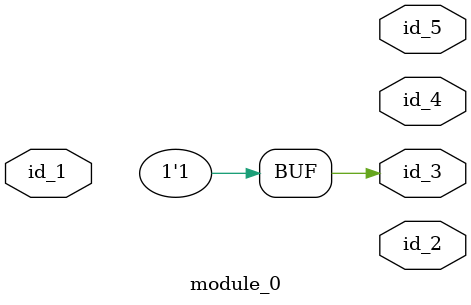
<source format=v>
module module_0 (
    id_1,
    id_2,
    id_3,
    id_4,
    id_5
);
  output id_5;
  output id_4;
  output id_3;
  output id_2;
  input id_1;
  always @(1 or 1) begin
    id_3 <= 1;
  end
endmodule

</source>
